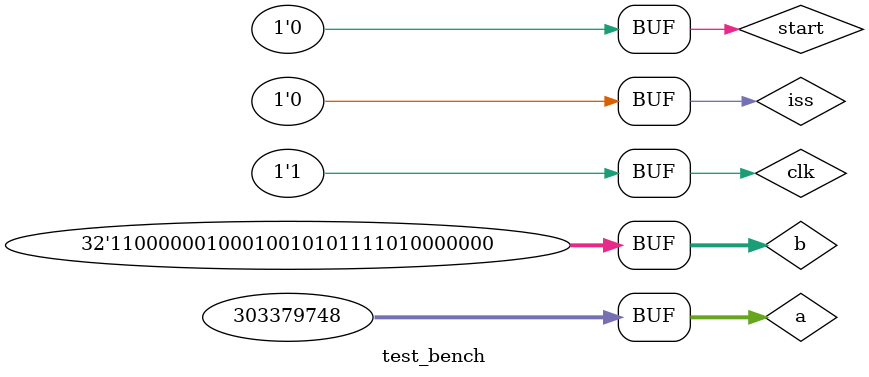
<source format=v>
`timescale 1ns/ 1ns

module test_bench;
  
  
  reg clk, start, iss;
  reg [31:0] a, b;
  wire [63:0] sum;
  
  multiplier mul( .clk(clk), .a(a), .b(b), .start(start), .is_signed(iss), .s(sum) );
  
  initial
    clk= 0;
  
  always
    begin
      #10 clk= 0;
      #10 clk= 1;
      $monitor("Clock is = %b,s is = %d,a is = %d", clk, sum, a);
    end
    
  initial
    begin
      start= 0;
      a= 0;
      b= 0;
      iss= 0;
      #20 start= 1;
      a=3000000000;
      b=3000000000;
      #30 start= 0;
      a=0;
      b=0;   
      #600 start= 1;
      iss= 0;
      a=2999092324;
      b=2302104082;
      #610 start= 0;
      #620 start= 1;
      iss= 0;
      a=303379748;
      b=3230228096; 
      #630 start= 0;
      //#10000 $stop;
    end
    
    
    
endmodule
</source>
